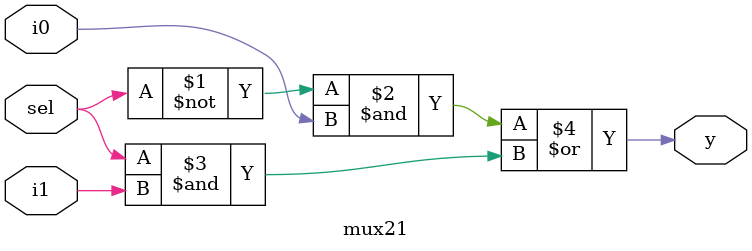
<source format=v>
module mux21(
 input i0,i1,sel,
 output y
 );
 
 //wire w1,w2,sbar; 
  //y = sbar*i0 + s *i1
  
  
 // `ifdef DFLOW
  assign y =  (~(sel) & i0) | sel &i1;
 // `endif
  
 // `ifdef GFLOW
 /* not n1(sbar,sel);
  and a1(w1,sbar, i0);
  and a2(w2,sel, i1);
  or  a3(y , w1, w2);*/
 // `endif
  
 
endmodule
 

</source>
